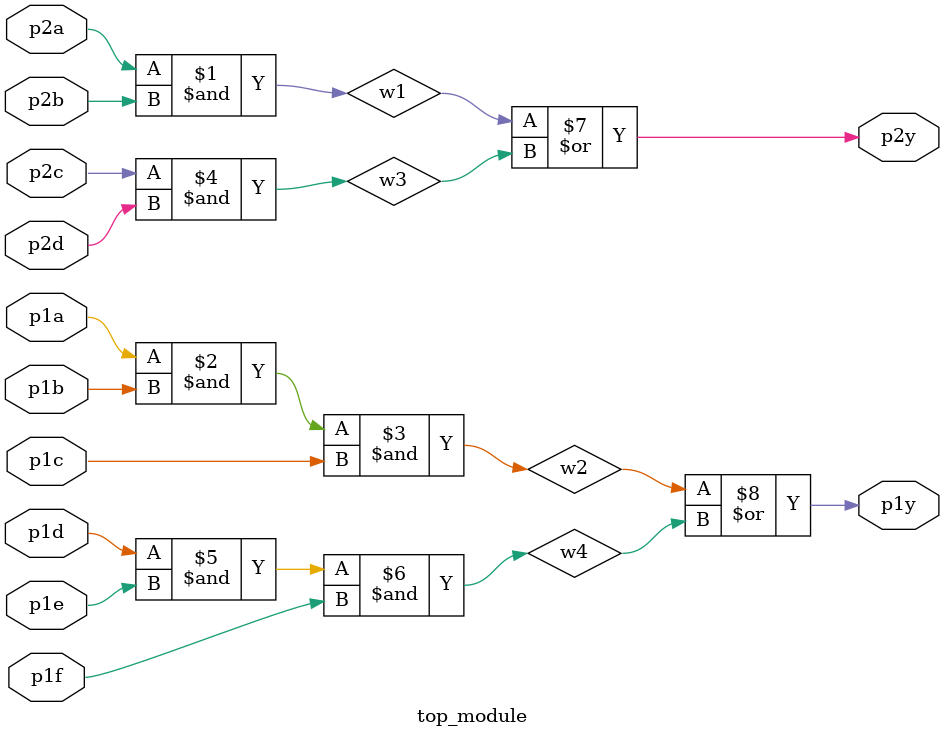
<source format=v>

module top_module ( 
    input p1a, p1b, p1c, p1d, p1e, p1f,
    output p1y,
    input p2a, p2b, p2c, p2d,
    output p2y );
    
    wire w1,w2,w3,w4;
    
    assign w1 = p2a & p2b;
    assign w2 = p1a & p1b & p1c;
    assign w3 = p2c & p2d;
    assign w4 = p1d & p1e & p1f;
    assign p2y = w1 | w3;
    assign p1y = w2 | w4;
endmodule

</source>
